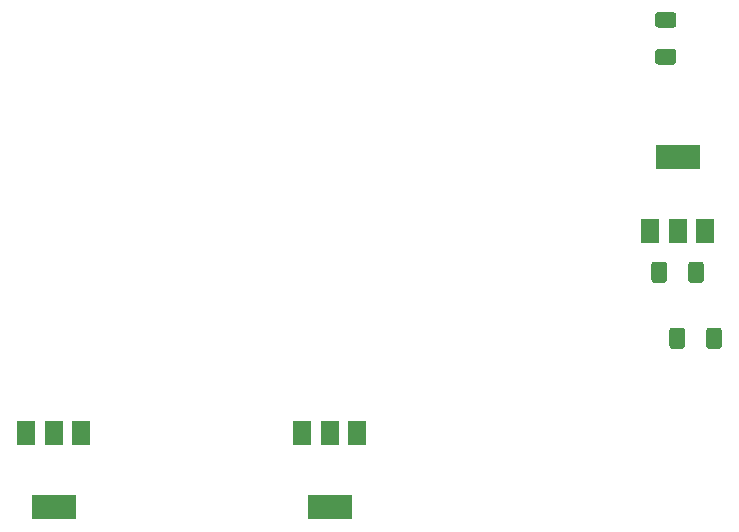
<source format=gbp>
%TF.GenerationSoftware,KiCad,Pcbnew,(5.1.12-1-10_14)*%
%TF.CreationDate,2023-03-30T15:47:48+02:00*%
%TF.ProjectId,Airlock-Mainboard,4169726c-6f63-46b2-9d4d-61696e626f61,rev?*%
%TF.SameCoordinates,Original*%
%TF.FileFunction,Paste,Bot*%
%TF.FilePolarity,Positive*%
%FSLAX46Y46*%
G04 Gerber Fmt 4.6, Leading zero omitted, Abs format (unit mm)*
G04 Created by KiCad (PCBNEW (5.1.12-1-10_14)) date 2023-03-30 15:47:48*
%MOMM*%
%LPD*%
G01*
G04 APERTURE LIST*
%ADD10R,3.800000X2.000000*%
%ADD11R,1.500000X2.000000*%
G04 APERTURE END LIST*
%TO.C,C1*%
G36*
G01*
X224851000Y-63134001D02*
X224851000Y-61833999D01*
G75*
G02*
X225100999Y-61584000I249999J0D01*
G01*
X225926001Y-61584000D01*
G75*
G02*
X226176000Y-61833999I0J-249999D01*
G01*
X226176000Y-63134001D01*
G75*
G02*
X225926001Y-63384000I-249999J0D01*
G01*
X225100999Y-63384000D01*
G75*
G02*
X224851000Y-63134001I0J249999D01*
G01*
G37*
G36*
G01*
X227976000Y-63134001D02*
X227976000Y-61833999D01*
G75*
G02*
X228225999Y-61584000I249999J0D01*
G01*
X229051001Y-61584000D01*
G75*
G02*
X229301000Y-61833999I0J-249999D01*
G01*
X229301000Y-63134001D01*
G75*
G02*
X229051001Y-63384000I-249999J0D01*
G01*
X228225999Y-63384000D01*
G75*
G02*
X227976000Y-63134001I0J249999D01*
G01*
G37*
%TD*%
%TO.C,C3*%
G36*
G01*
X226710001Y-41772000D02*
X225409999Y-41772000D01*
G75*
G02*
X225160000Y-41522001I0J249999D01*
G01*
X225160000Y-40696999D01*
G75*
G02*
X225409999Y-40447000I249999J0D01*
G01*
X226710001Y-40447000D01*
G75*
G02*
X226960000Y-40696999I0J-249999D01*
G01*
X226960000Y-41522001D01*
G75*
G02*
X226710001Y-41772000I-249999J0D01*
G01*
G37*
G36*
G01*
X226710001Y-44897000D02*
X225409999Y-44897000D01*
G75*
G02*
X225160000Y-44647001I0J249999D01*
G01*
X225160000Y-43821999D01*
G75*
G02*
X225409999Y-43572000I249999J0D01*
G01*
X226710001Y-43572000D01*
G75*
G02*
X226960000Y-43821999I0J-249999D01*
G01*
X226960000Y-44647001D01*
G75*
G02*
X226710001Y-44897000I-249999J0D01*
G01*
G37*
%TD*%
%TO.C,C4*%
G36*
G01*
X226375000Y-68722001D02*
X226375000Y-67421999D01*
G75*
G02*
X226624999Y-67172000I249999J0D01*
G01*
X227450001Y-67172000D01*
G75*
G02*
X227700000Y-67421999I0J-249999D01*
G01*
X227700000Y-68722001D01*
G75*
G02*
X227450001Y-68972000I-249999J0D01*
G01*
X226624999Y-68972000D01*
G75*
G02*
X226375000Y-68722001I0J249999D01*
G01*
G37*
G36*
G01*
X229500000Y-68722001D02*
X229500000Y-67421999D01*
G75*
G02*
X229749999Y-67172000I249999J0D01*
G01*
X230575001Y-67172000D01*
G75*
G02*
X230825000Y-67421999I0J-249999D01*
G01*
X230825000Y-68722001D01*
G75*
G02*
X230575001Y-68972000I-249999J0D01*
G01*
X229749999Y-68972000D01*
G75*
G02*
X229500000Y-68722001I0J249999D01*
G01*
G37*
%TD*%
D10*
%TO.C,Q1*%
X174244000Y-82398000D03*
D11*
X174244000Y-76098000D03*
X176544000Y-76098000D03*
X171944000Y-76098000D03*
%TD*%
%TO.C,Q2*%
X195312000Y-76098000D03*
X199912000Y-76098000D03*
X197612000Y-76098000D03*
D10*
X197612000Y-82398000D03*
%TD*%
%TO.C,U1*%
X227076000Y-52730000D03*
D11*
X227076000Y-59030000D03*
X224776000Y-59030000D03*
X229376000Y-59030000D03*
%TD*%
M02*

</source>
